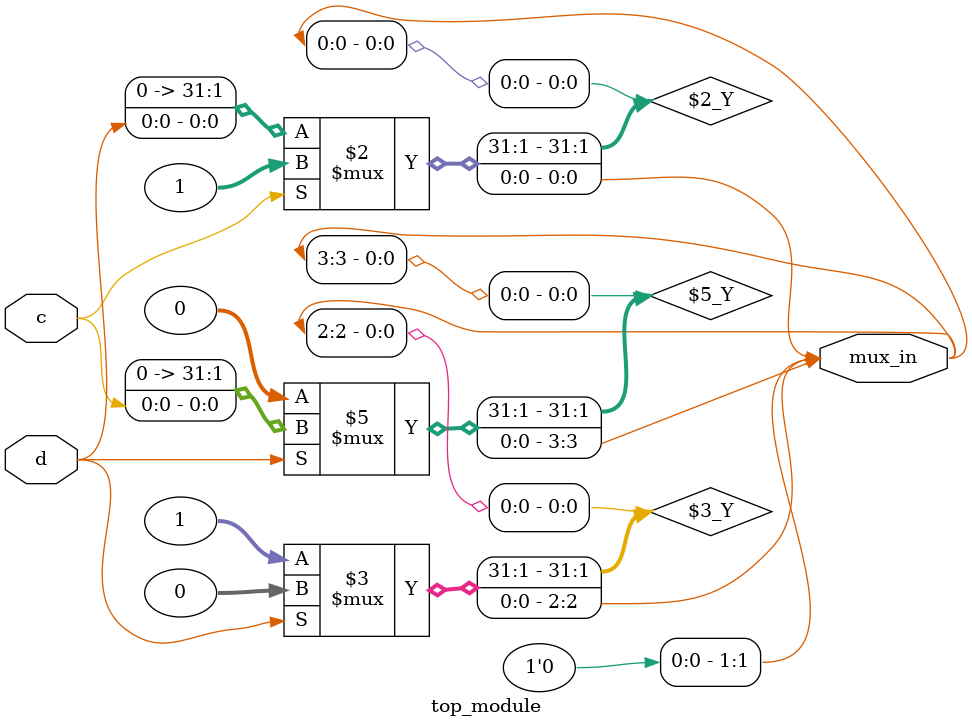
<source format=v>
module top_module (
    input c,
    input d,
    output [3:0] mux_in
);  //  (s ? a : b)
      
    assign mux_in[0] = c ? 1 : d;
    assign mux_in[1] = 0;
    assign mux_in[2] = d ? 0 : 1;
    assign mux_in[3] = d ? c : 0;
  
endmodule

</source>
